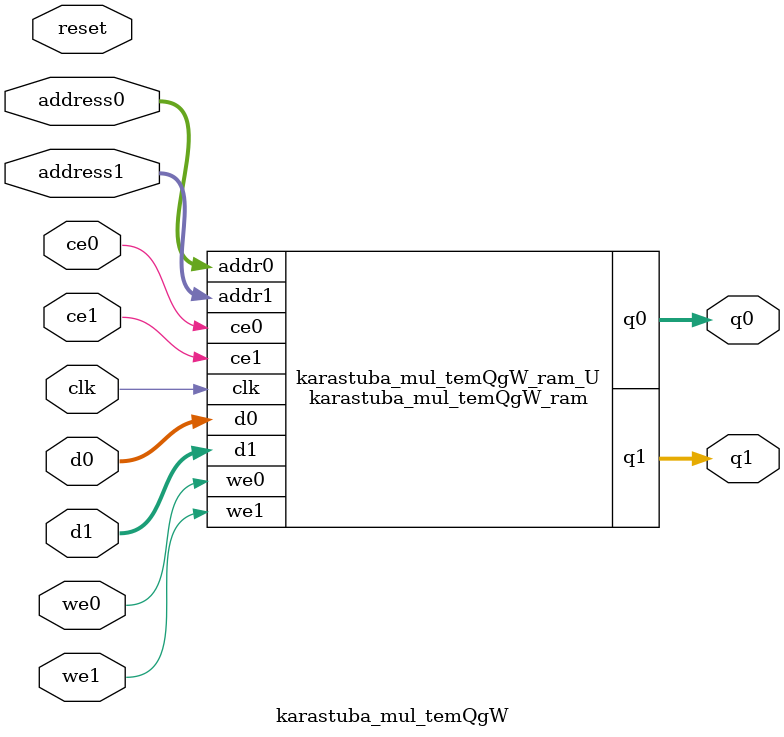
<source format=v>
`timescale 1 ns / 1 ps
module karastuba_mul_temQgW_ram (addr0, ce0, d0, we0, q0, addr1, ce1, d1, we1, q1,  clk);

parameter DWIDTH = 32;
parameter AWIDTH = 6;
parameter MEM_SIZE = 64;

input[AWIDTH-1:0] addr0;
input ce0;
input[DWIDTH-1:0] d0;
input we0;
output reg[DWIDTH-1:0] q0;
input[AWIDTH-1:0] addr1;
input ce1;
input[DWIDTH-1:0] d1;
input we1;
output reg[DWIDTH-1:0] q1;
input clk;

(* ram_style = "block" *)reg [DWIDTH-1:0] ram[0:MEM_SIZE-1];




always @(posedge clk)  
begin 
    if (ce0) begin
        if (we0) 
            ram[addr0] <= d0; 
        q0 <= ram[addr0];
    end
end


always @(posedge clk)  
begin 
    if (ce1) begin
        if (we1) 
            ram[addr1] <= d1; 
        q1 <= ram[addr1];
    end
end


endmodule

`timescale 1 ns / 1 ps
module karastuba_mul_temQgW(
    reset,
    clk,
    address0,
    ce0,
    we0,
    d0,
    q0,
    address1,
    ce1,
    we1,
    d1,
    q1);

parameter DataWidth = 32'd32;
parameter AddressRange = 32'd64;
parameter AddressWidth = 32'd6;
input reset;
input clk;
input[AddressWidth - 1:0] address0;
input ce0;
input we0;
input[DataWidth - 1:0] d0;
output[DataWidth - 1:0] q0;
input[AddressWidth - 1:0] address1;
input ce1;
input we1;
input[DataWidth - 1:0] d1;
output[DataWidth - 1:0] q1;



karastuba_mul_temQgW_ram karastuba_mul_temQgW_ram_U(
    .clk( clk ),
    .addr0( address0 ),
    .ce0( ce0 ),
    .we0( we0 ),
    .d0( d0 ),
    .q0( q0 ),
    .addr1( address1 ),
    .ce1( ce1 ),
    .we1( we1 ),
    .d1( d1 ),
    .q1( q1 ));

endmodule


</source>
